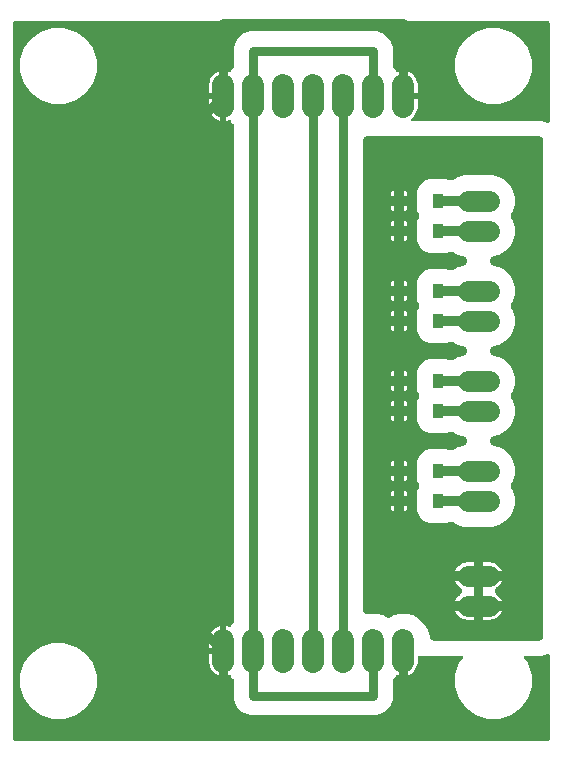
<source format=gbr>
G04 EAGLE Gerber RS-274X export*
G75*
%MOMM*%
%FSLAX34Y34*%
%LPD*%
%INBottom Copper*%
%IPPOS*%
%AMOC8*
5,1,8,0,0,1.08239X$1,22.5*%
G01*
%ADD10C,1.879600*%
%ADD11C,1.800000*%
%ADD12R,0.910000X1.220000*%
%ADD13C,0.762000*%
%ADD14C,0.756400*%
%ADD15C,0.812800*%

G36*
X655948Y127016D02*
X655948Y127016D01*
X656067Y127023D01*
X656105Y127036D01*
X656146Y127041D01*
X656256Y127084D01*
X656369Y127121D01*
X656404Y127143D01*
X656441Y127158D01*
X656537Y127227D01*
X656638Y127291D01*
X656666Y127321D01*
X656699Y127344D01*
X656775Y127436D01*
X656856Y127523D01*
X656876Y127558D01*
X656901Y127589D01*
X656952Y127697D01*
X657010Y127801D01*
X657020Y127841D01*
X657037Y127877D01*
X657059Y127994D01*
X657089Y128109D01*
X657093Y128169D01*
X657097Y128189D01*
X657095Y128210D01*
X657099Y128270D01*
X657099Y199748D01*
X657093Y199797D01*
X657095Y199847D01*
X657073Y199954D01*
X657059Y200063D01*
X657041Y200110D01*
X657031Y200158D01*
X656983Y200257D01*
X656942Y200359D01*
X656913Y200399D01*
X656891Y200444D01*
X656820Y200527D01*
X656756Y200616D01*
X656717Y200648D01*
X656685Y200686D01*
X656595Y200749D01*
X656511Y200819D01*
X656466Y200840D01*
X656425Y200869D01*
X656322Y200908D01*
X656223Y200955D01*
X656174Y200964D01*
X656128Y200982D01*
X656018Y200994D01*
X655911Y201014D01*
X655861Y201011D01*
X655812Y201017D01*
X655703Y201001D01*
X655593Y200995D01*
X655546Y200979D01*
X655497Y200972D01*
X655344Y200920D01*
X651035Y199135D01*
X636464Y199135D01*
X636425Y199130D01*
X636385Y199133D01*
X636267Y199110D01*
X636149Y199095D01*
X636112Y199081D01*
X636072Y199073D01*
X635964Y199022D01*
X635853Y198978D01*
X635821Y198955D01*
X635785Y198938D01*
X635692Y198862D01*
X635595Y198792D01*
X635570Y198761D01*
X635539Y198736D01*
X635469Y198639D01*
X635393Y198547D01*
X635376Y198511D01*
X635352Y198478D01*
X635308Y198367D01*
X635257Y198259D01*
X635250Y198220D01*
X635235Y198183D01*
X635220Y198064D01*
X635197Y197947D01*
X635200Y197907D01*
X635195Y197867D01*
X635210Y197748D01*
X635217Y197629D01*
X635229Y197591D01*
X635234Y197552D01*
X635278Y197440D01*
X635315Y197327D01*
X635336Y197293D01*
X635351Y197256D01*
X635437Y197120D01*
X638701Y192628D01*
X641859Y182909D01*
X641859Y172691D01*
X638701Y162972D01*
X632695Y154705D01*
X624428Y148699D01*
X614709Y145541D01*
X604491Y145541D01*
X594772Y148699D01*
X586505Y154705D01*
X580499Y162972D01*
X577341Y172691D01*
X577341Y182909D01*
X580499Y192628D01*
X583763Y197120D01*
X583782Y197155D01*
X583807Y197185D01*
X583858Y197294D01*
X583916Y197399D01*
X583926Y197437D01*
X583943Y197473D01*
X583965Y197590D01*
X583995Y197707D01*
X583995Y197747D01*
X584003Y197786D01*
X583995Y197905D01*
X583995Y198025D01*
X583985Y198063D01*
X583983Y198103D01*
X583946Y198217D01*
X583916Y198333D01*
X583897Y198368D01*
X583885Y198405D01*
X583821Y198507D01*
X583763Y198612D01*
X583736Y198641D01*
X583715Y198674D01*
X583628Y198756D01*
X583546Y198843D01*
X583512Y198865D01*
X583483Y198892D01*
X583378Y198950D01*
X583277Y199014D01*
X583239Y199026D01*
X583205Y199046D01*
X583089Y199075D01*
X582975Y199113D01*
X582935Y199115D01*
X582897Y199125D01*
X582736Y199135D01*
X546608Y199135D01*
X546490Y199120D01*
X546371Y199113D01*
X546333Y199100D01*
X546292Y199095D01*
X546182Y199052D01*
X546069Y199015D01*
X546034Y198993D01*
X545997Y198978D01*
X545901Y198909D01*
X545800Y198845D01*
X545772Y198815D01*
X545739Y198792D01*
X545663Y198700D01*
X545582Y198613D01*
X545562Y198578D01*
X545537Y198547D01*
X545486Y198439D01*
X545428Y198335D01*
X545418Y198295D01*
X545401Y198259D01*
X545379Y198142D01*
X545349Y198027D01*
X545345Y197967D01*
X545341Y197947D01*
X545343Y197926D01*
X545339Y197866D01*
X545339Y192862D01*
X545045Y191006D01*
X544464Y189219D01*
X543611Y187545D01*
X542506Y186024D01*
X541178Y184696D01*
X539657Y183591D01*
X537983Y182738D01*
X536196Y182157D01*
X535939Y182117D01*
X535939Y197866D01*
X535924Y197984D01*
X535917Y198103D01*
X535904Y198141D01*
X535899Y198182D01*
X535856Y198292D01*
X535819Y198405D01*
X535797Y198440D01*
X535782Y198477D01*
X535712Y198573D01*
X535649Y198674D01*
X535619Y198702D01*
X535595Y198735D01*
X535504Y198811D01*
X535417Y198892D01*
X535382Y198912D01*
X535351Y198937D01*
X535243Y198988D01*
X535139Y199046D01*
X535099Y199056D01*
X535063Y199073D01*
X534946Y199095D01*
X534831Y199125D01*
X534770Y199129D01*
X534750Y199133D01*
X534730Y199131D01*
X534670Y199135D01*
X532130Y199135D01*
X532012Y199120D01*
X531893Y199113D01*
X531855Y199100D01*
X531814Y199095D01*
X531704Y199052D01*
X531591Y199015D01*
X531556Y198993D01*
X531519Y198978D01*
X531423Y198909D01*
X531322Y198845D01*
X531294Y198815D01*
X531261Y198792D01*
X531186Y198700D01*
X531104Y198613D01*
X531084Y198578D01*
X531059Y198547D01*
X531008Y198439D01*
X530950Y198335D01*
X530940Y198295D01*
X530923Y198259D01*
X530901Y198142D01*
X530871Y198027D01*
X530867Y197967D01*
X530863Y197947D01*
X530865Y197926D01*
X530861Y197866D01*
X530861Y182117D01*
X530604Y182157D01*
X528813Y182739D01*
X528809Y182741D01*
X528801Y182746D01*
X528660Y182794D01*
X528519Y182845D01*
X528509Y182846D01*
X528500Y182849D01*
X528351Y182861D01*
X528202Y182875D01*
X528193Y182874D01*
X528183Y182874D01*
X528036Y182849D01*
X527888Y182826D01*
X527879Y182822D01*
X527870Y182820D01*
X527732Y182758D01*
X527596Y182699D01*
X527589Y182694D01*
X527580Y182689D01*
X527463Y182596D01*
X527345Y182505D01*
X527339Y182497D01*
X527331Y182491D01*
X527241Y182372D01*
X527150Y182254D01*
X527146Y182245D01*
X527140Y182237D01*
X527069Y182092D01*
X526734Y181284D01*
X524882Y179432D01*
X524822Y179354D01*
X524754Y179282D01*
X524725Y179229D01*
X524688Y179181D01*
X524648Y179090D01*
X524600Y179003D01*
X524585Y178945D01*
X524561Y178889D01*
X524546Y178791D01*
X524521Y178695D01*
X524515Y178595D01*
X524511Y178575D01*
X524513Y178563D01*
X524511Y178535D01*
X524511Y161816D01*
X521997Y155747D01*
X517353Y151103D01*
X511284Y148589D01*
X403116Y148589D01*
X397047Y151103D01*
X392403Y155747D01*
X389889Y161816D01*
X389889Y178535D01*
X389877Y178633D01*
X389874Y178732D01*
X389857Y178790D01*
X389849Y178850D01*
X389813Y178942D01*
X389785Y179037D01*
X389755Y179090D01*
X389732Y179146D01*
X389674Y179226D01*
X389624Y179311D01*
X389558Y179387D01*
X389546Y179403D01*
X389536Y179411D01*
X389518Y179432D01*
X387666Y181284D01*
X387331Y182092D01*
X387326Y182101D01*
X387323Y182110D01*
X387319Y182118D01*
X387247Y182239D01*
X387173Y182369D01*
X387167Y182375D01*
X387162Y182384D01*
X387056Y182490D01*
X386952Y182597D01*
X386944Y182602D01*
X386937Y182609D01*
X386809Y182685D01*
X386681Y182763D01*
X386672Y182766D01*
X386663Y182771D01*
X386520Y182813D01*
X386377Y182857D01*
X386367Y182857D01*
X386358Y182860D01*
X386210Y182865D01*
X386059Y182872D01*
X386050Y182870D01*
X386040Y182870D01*
X385895Y182838D01*
X385748Y182808D01*
X385739Y182803D01*
X385730Y182801D01*
X385583Y182738D01*
X383796Y182157D01*
X383539Y182117D01*
X383539Y201930D01*
X383524Y202048D01*
X383517Y202167D01*
X383504Y202205D01*
X383499Y202245D01*
X383456Y202356D01*
X383419Y202469D01*
X383397Y202503D01*
X383382Y202541D01*
X383312Y202637D01*
X383249Y202738D01*
X383219Y202766D01*
X383195Y202798D01*
X383104Y202874D01*
X383017Y202956D01*
X382982Y202975D01*
X382951Y203001D01*
X382843Y203052D01*
X382739Y203109D01*
X382699Y203120D01*
X382663Y203137D01*
X382546Y203159D01*
X382431Y203189D01*
X382370Y203193D01*
X382350Y203197D01*
X382330Y203195D01*
X382270Y203199D01*
X380999Y203199D01*
X380999Y203201D01*
X382270Y203201D01*
X382388Y203216D01*
X382507Y203223D01*
X382545Y203236D01*
X382585Y203241D01*
X382696Y203285D01*
X382809Y203321D01*
X382844Y203343D01*
X382881Y203358D01*
X382977Y203428D01*
X383078Y203491D01*
X383106Y203521D01*
X383139Y203545D01*
X383214Y203636D01*
X383296Y203723D01*
X383316Y203758D01*
X383341Y203790D01*
X383392Y203897D01*
X383450Y204002D01*
X383460Y204041D01*
X383477Y204077D01*
X383499Y204194D01*
X383529Y204309D01*
X383533Y204370D01*
X383537Y204390D01*
X383535Y204410D01*
X383539Y204470D01*
X383539Y224283D01*
X383796Y224243D01*
X385587Y223661D01*
X385591Y223659D01*
X385599Y223654D01*
X385740Y223606D01*
X385881Y223555D01*
X385891Y223554D01*
X385900Y223551D01*
X386049Y223539D01*
X386198Y223525D01*
X386207Y223526D01*
X386217Y223526D01*
X386364Y223551D01*
X386512Y223574D01*
X386521Y223578D01*
X386530Y223580D01*
X386668Y223642D01*
X386804Y223701D01*
X386811Y223706D01*
X386820Y223711D01*
X386937Y223804D01*
X387055Y223895D01*
X387061Y223903D01*
X387069Y223909D01*
X387159Y224028D01*
X387250Y224146D01*
X387254Y224155D01*
X387260Y224163D01*
X387331Y224308D01*
X387666Y225116D01*
X389518Y226968D01*
X389578Y227046D01*
X389646Y227118D01*
X389675Y227171D01*
X389712Y227219D01*
X389752Y227310D01*
X389800Y227397D01*
X389815Y227455D01*
X389839Y227511D01*
X389854Y227609D01*
X389879Y227705D01*
X389885Y227805D01*
X389889Y227825D01*
X389887Y227837D01*
X389889Y227865D01*
X389889Y648435D01*
X389877Y648533D01*
X389874Y648632D01*
X389857Y648690D01*
X389849Y648750D01*
X389813Y648842D01*
X389785Y648937D01*
X389755Y648990D01*
X389732Y649046D01*
X389674Y649126D01*
X389624Y649211D01*
X389558Y649287D01*
X389546Y649303D01*
X389536Y649311D01*
X389518Y649332D01*
X387666Y651184D01*
X387331Y651992D01*
X387326Y652001D01*
X387323Y652010D01*
X387247Y652139D01*
X387173Y652269D01*
X387167Y652275D01*
X387162Y652284D01*
X387056Y652390D01*
X386952Y652497D01*
X386944Y652502D01*
X386937Y652509D01*
X386809Y652585D01*
X386681Y652663D01*
X386672Y652666D01*
X386663Y652671D01*
X386520Y652713D01*
X386377Y652757D01*
X386367Y652757D01*
X386358Y652760D01*
X386210Y652765D01*
X386059Y652772D01*
X386050Y652770D01*
X386040Y652770D01*
X385895Y652738D01*
X385748Y652708D01*
X385739Y652703D01*
X385730Y652701D01*
X385583Y652638D01*
X383796Y652057D01*
X383539Y652017D01*
X383539Y671830D01*
X383524Y671948D01*
X383517Y672067D01*
X383504Y672105D01*
X383499Y672145D01*
X383456Y672256D01*
X383419Y672369D01*
X383397Y672403D01*
X383382Y672441D01*
X383312Y672537D01*
X383249Y672638D01*
X383219Y672666D01*
X383195Y672698D01*
X383104Y672774D01*
X383017Y672856D01*
X382982Y672875D01*
X382951Y672901D01*
X382843Y672952D01*
X382739Y673009D01*
X382699Y673020D01*
X382663Y673037D01*
X382546Y673059D01*
X382431Y673089D01*
X382370Y673093D01*
X382350Y673097D01*
X382330Y673095D01*
X382270Y673099D01*
X380999Y673099D01*
X380999Y673101D01*
X382270Y673101D01*
X382388Y673116D01*
X382507Y673123D01*
X382545Y673136D01*
X382585Y673141D01*
X382696Y673185D01*
X382809Y673221D01*
X382844Y673243D01*
X382881Y673258D01*
X382977Y673328D01*
X383078Y673391D01*
X383106Y673421D01*
X383139Y673445D01*
X383214Y673536D01*
X383296Y673623D01*
X383316Y673658D01*
X383341Y673690D01*
X383392Y673797D01*
X383450Y673902D01*
X383460Y673941D01*
X383477Y673977D01*
X383499Y674094D01*
X383529Y674209D01*
X383533Y674270D01*
X383537Y674290D01*
X383535Y674310D01*
X383539Y674370D01*
X383539Y694183D01*
X383796Y694143D01*
X385587Y693561D01*
X385591Y693559D01*
X385599Y693554D01*
X385740Y693506D01*
X385881Y693455D01*
X385891Y693454D01*
X385900Y693451D01*
X386049Y693439D01*
X386198Y693425D01*
X386207Y693426D01*
X386217Y693426D01*
X386364Y693451D01*
X386512Y693474D01*
X386521Y693478D01*
X386530Y693480D01*
X386668Y693542D01*
X386804Y693601D01*
X386811Y693606D01*
X386820Y693611D01*
X386937Y693704D01*
X387055Y693795D01*
X387061Y693803D01*
X387069Y693809D01*
X387159Y693928D01*
X387250Y694046D01*
X387254Y694055D01*
X387260Y694063D01*
X387331Y694208D01*
X387666Y695016D01*
X389518Y696868D01*
X389578Y696946D01*
X389646Y697018D01*
X389675Y697071D01*
X389712Y697119D01*
X389752Y697210D01*
X389800Y697297D01*
X389815Y697355D01*
X389839Y697411D01*
X389854Y697509D01*
X389879Y697605D01*
X389885Y697705D01*
X389889Y697725D01*
X389887Y697737D01*
X389889Y697765D01*
X389889Y714484D01*
X392403Y720553D01*
X397047Y725197D01*
X403116Y727711D01*
X511284Y727711D01*
X517353Y725197D01*
X521997Y720553D01*
X524511Y714484D01*
X524511Y697765D01*
X524523Y697667D01*
X524526Y697568D01*
X524543Y697510D01*
X524551Y697450D01*
X524587Y697358D01*
X524615Y697263D01*
X524645Y697210D01*
X524668Y697154D01*
X524726Y697074D01*
X524776Y696989D01*
X524842Y696913D01*
X524854Y696897D01*
X524864Y696889D01*
X524882Y696868D01*
X526734Y695016D01*
X527069Y694208D01*
X527074Y694199D01*
X527077Y694190D01*
X527153Y694061D01*
X527227Y693931D01*
X527233Y693925D01*
X527238Y693916D01*
X527344Y693810D01*
X527448Y693703D01*
X527456Y693698D01*
X527463Y693691D01*
X527591Y693615D01*
X527719Y693537D01*
X527728Y693534D01*
X527737Y693529D01*
X527880Y693487D01*
X528023Y693443D01*
X528033Y693443D01*
X528042Y693440D01*
X528190Y693435D01*
X528341Y693428D01*
X528350Y693430D01*
X528360Y693430D01*
X528505Y693462D01*
X528652Y693492D01*
X528661Y693497D01*
X528670Y693499D01*
X528817Y693562D01*
X530604Y694143D01*
X530861Y694183D01*
X530861Y674370D01*
X530876Y674252D01*
X530883Y674133D01*
X530896Y674095D01*
X530901Y674055D01*
X530944Y673944D01*
X530981Y673831D01*
X531003Y673797D01*
X531018Y673759D01*
X531088Y673663D01*
X531151Y673562D01*
X531181Y673534D01*
X531204Y673502D01*
X531296Y673426D01*
X531383Y673344D01*
X531418Y673325D01*
X531449Y673299D01*
X531557Y673248D01*
X531661Y673191D01*
X531701Y673180D01*
X531737Y673163D01*
X531854Y673141D01*
X531969Y673111D01*
X532030Y673107D01*
X532050Y673103D01*
X532070Y673105D01*
X532130Y673101D01*
X533401Y673101D01*
X533401Y671830D01*
X533416Y671712D01*
X533423Y671593D01*
X533436Y671555D01*
X533441Y671514D01*
X533485Y671404D01*
X533521Y671291D01*
X533543Y671256D01*
X533558Y671219D01*
X533628Y671123D01*
X533691Y671022D01*
X533721Y670994D01*
X533745Y670961D01*
X533836Y670886D01*
X533923Y670804D01*
X533958Y670784D01*
X533990Y670759D01*
X534097Y670708D01*
X534202Y670650D01*
X534241Y670640D01*
X534277Y670623D01*
X534394Y670601D01*
X534509Y670571D01*
X534570Y670567D01*
X534590Y670563D01*
X534610Y670565D01*
X534670Y670561D01*
X545339Y670561D01*
X545339Y662762D01*
X545045Y660906D01*
X544464Y659119D01*
X543611Y657445D01*
X542506Y655924D01*
X541177Y654596D01*
X540441Y654061D01*
X540383Y654006D01*
X540319Y653960D01*
X540268Y653898D01*
X540210Y653843D01*
X540167Y653776D01*
X540116Y653715D01*
X540082Y653642D01*
X540039Y653575D01*
X540014Y653499D01*
X539981Y653427D01*
X539966Y653348D01*
X539941Y653272D01*
X539936Y653193D01*
X539921Y653114D01*
X539926Y653035D01*
X539921Y652955D01*
X539936Y652877D01*
X539941Y652797D01*
X539965Y652721D01*
X539980Y652642D01*
X540014Y652570D01*
X540039Y652495D01*
X540081Y652427D01*
X540115Y652355D01*
X540166Y652293D01*
X540209Y652226D01*
X540267Y652171D01*
X540318Y652109D01*
X540382Y652063D01*
X540440Y652008D01*
X540510Y651969D01*
X540575Y651922D01*
X540649Y651893D01*
X540719Y651854D01*
X540796Y651834D01*
X540871Y651805D01*
X540950Y651795D01*
X541027Y651775D01*
X541185Y651765D01*
X541186Y651765D01*
X541187Y651765D01*
X651035Y651765D01*
X655344Y649980D01*
X655392Y649967D01*
X655437Y649945D01*
X655545Y649925D01*
X655651Y649896D01*
X655701Y649895D01*
X655750Y649886D01*
X655859Y649892D01*
X655969Y649891D01*
X656017Y649902D01*
X656067Y649905D01*
X656171Y649939D01*
X656278Y649965D01*
X656322Y649988D01*
X656369Y650003D01*
X656462Y650062D01*
X656559Y650114D01*
X656596Y650147D01*
X656638Y650174D01*
X656713Y650254D01*
X656795Y650327D01*
X656822Y650369D01*
X656856Y650405D01*
X656909Y650501D01*
X656969Y650593D01*
X656986Y650640D01*
X657010Y650684D01*
X657037Y650790D01*
X657073Y650894D01*
X657077Y650944D01*
X657089Y650992D01*
X657099Y651152D01*
X657099Y735230D01*
X657084Y735348D01*
X657077Y735467D01*
X657064Y735505D01*
X657059Y735546D01*
X657016Y735656D01*
X656979Y735769D01*
X656957Y735804D01*
X656942Y735841D01*
X656873Y735937D01*
X656809Y736038D01*
X656779Y736066D01*
X656756Y736099D01*
X656664Y736175D01*
X656577Y736256D01*
X656542Y736276D01*
X656511Y736301D01*
X656403Y736352D01*
X656299Y736410D01*
X656259Y736420D01*
X656223Y736437D01*
X656106Y736459D01*
X655991Y736489D01*
X655931Y736493D01*
X655911Y736497D01*
X655890Y736495D01*
X655830Y736499D01*
X204470Y736499D01*
X204352Y736484D01*
X204233Y736477D01*
X204195Y736464D01*
X204154Y736459D01*
X204044Y736416D01*
X203931Y736379D01*
X203896Y736357D01*
X203859Y736342D01*
X203763Y736273D01*
X203662Y736209D01*
X203634Y736179D01*
X203601Y736156D01*
X203525Y736064D01*
X203444Y735977D01*
X203424Y735942D01*
X203399Y735911D01*
X203348Y735803D01*
X203290Y735699D01*
X203280Y735659D01*
X203263Y735623D01*
X203241Y735506D01*
X203211Y735391D01*
X203207Y735331D01*
X203203Y735311D01*
X203205Y735290D01*
X203201Y735230D01*
X203201Y128270D01*
X203216Y128152D01*
X203223Y128033D01*
X203236Y127995D01*
X203241Y127954D01*
X203284Y127844D01*
X203321Y127731D01*
X203343Y127696D01*
X203358Y127659D01*
X203427Y127563D01*
X203491Y127462D01*
X203521Y127434D01*
X203544Y127401D01*
X203636Y127325D01*
X203723Y127244D01*
X203758Y127224D01*
X203789Y127199D01*
X203897Y127148D01*
X204001Y127090D01*
X204041Y127080D01*
X204077Y127063D01*
X204194Y127041D01*
X204309Y127011D01*
X204369Y127007D01*
X204389Y127003D01*
X204410Y127005D01*
X204470Y127001D01*
X655830Y127001D01*
X655948Y127016D01*
G37*
G36*
X647929Y211853D02*
X647929Y211853D01*
X648160Y211863D01*
X648214Y211873D01*
X648268Y211877D01*
X648494Y211925D01*
X648720Y211967D01*
X648772Y211984D01*
X648826Y211996D01*
X649042Y212075D01*
X649260Y212148D01*
X649309Y212173D01*
X649361Y212192D01*
X649564Y212300D01*
X649769Y212403D01*
X649815Y212434D01*
X649863Y212460D01*
X650049Y212596D01*
X650238Y212727D01*
X650279Y212764D01*
X650323Y212797D01*
X650488Y212957D01*
X650657Y213113D01*
X650692Y213156D01*
X650731Y213194D01*
X650872Y213376D01*
X651018Y213554D01*
X651046Y213602D01*
X651080Y213645D01*
X651194Y213845D01*
X651313Y214042D01*
X651335Y214092D01*
X651362Y214140D01*
X651447Y214354D01*
X651538Y214565D01*
X651552Y214618D01*
X651572Y214669D01*
X651627Y214894D01*
X651687Y215115D01*
X651691Y215159D01*
X651707Y215223D01*
X651762Y215790D01*
X651759Y215856D01*
X651763Y215900D01*
X651763Y635000D01*
X651747Y635229D01*
X651737Y635460D01*
X651727Y635514D01*
X651723Y635568D01*
X651675Y635794D01*
X651633Y636020D01*
X651616Y636072D01*
X651604Y636126D01*
X651525Y636342D01*
X651452Y636560D01*
X651427Y636609D01*
X651408Y636661D01*
X651300Y636864D01*
X651197Y637069D01*
X651166Y637115D01*
X651140Y637163D01*
X651004Y637349D01*
X650873Y637538D01*
X650836Y637579D01*
X650803Y637623D01*
X650643Y637788D01*
X650487Y637957D01*
X650444Y637992D01*
X650406Y638031D01*
X650224Y638172D01*
X650046Y638318D01*
X649998Y638346D01*
X649955Y638380D01*
X649755Y638494D01*
X649558Y638613D01*
X649508Y638635D01*
X649460Y638662D01*
X649246Y638747D01*
X649035Y638838D01*
X648982Y638852D01*
X648931Y638872D01*
X648706Y638927D01*
X648485Y638987D01*
X648441Y638991D01*
X648377Y639007D01*
X647810Y639062D01*
X647744Y639059D01*
X647700Y639063D01*
X503174Y639063D01*
X502945Y639047D01*
X502714Y639037D01*
X502660Y639027D01*
X502606Y639023D01*
X502380Y638975D01*
X502154Y638933D01*
X502102Y638916D01*
X502048Y638904D01*
X501832Y638825D01*
X501614Y638752D01*
X501565Y638727D01*
X501513Y638708D01*
X501310Y638600D01*
X501105Y638497D01*
X501059Y638466D01*
X501011Y638440D01*
X500825Y638304D01*
X500636Y638173D01*
X500595Y638136D01*
X500551Y638103D01*
X500386Y637943D01*
X500217Y637787D01*
X500182Y637744D01*
X500143Y637706D01*
X500002Y637524D01*
X499856Y637346D01*
X499828Y637298D01*
X499794Y637255D01*
X499680Y637055D01*
X499561Y636858D01*
X499539Y636808D01*
X499512Y636760D01*
X499427Y636546D01*
X499336Y636335D01*
X499322Y636282D01*
X499302Y636231D01*
X499247Y636006D01*
X499187Y635785D01*
X499183Y635741D01*
X499167Y635677D01*
X499112Y635110D01*
X499115Y635044D01*
X499111Y635000D01*
X499111Y238390D01*
X499124Y238198D01*
X499129Y238006D01*
X499144Y237915D01*
X499151Y237821D01*
X499191Y237634D01*
X499222Y237444D01*
X499250Y237355D01*
X499270Y237264D01*
X499336Y237084D01*
X499393Y236901D01*
X499433Y236817D01*
X499466Y236729D01*
X499556Y236560D01*
X499639Y236387D01*
X499690Y236309D01*
X499734Y236227D01*
X499848Y236072D01*
X499954Y235912D01*
X500016Y235842D01*
X500071Y235767D01*
X500205Y235629D01*
X500332Y235486D01*
X500403Y235425D01*
X500468Y235358D01*
X500620Y235241D01*
X500766Y235117D01*
X500845Y235067D01*
X500919Y235010D01*
X501085Y234915D01*
X501248Y234812D01*
X501333Y234774D01*
X501414Y234728D01*
X501593Y234657D01*
X501767Y234578D01*
X501856Y234552D01*
X501943Y234517D01*
X502131Y234472D01*
X502314Y234419D01*
X502406Y234405D01*
X502497Y234383D01*
X502689Y234365D01*
X502878Y234337D01*
X502971Y234337D01*
X503064Y234328D01*
X503256Y234336D01*
X503448Y234336D01*
X503519Y234348D01*
X503634Y234353D01*
X504194Y234457D01*
X504212Y234463D01*
X504226Y234465D01*
X505091Y234697D01*
X510909Y234697D01*
X516530Y233191D01*
X518668Y231956D01*
X518688Y231946D01*
X518706Y231934D01*
X518945Y231821D01*
X519181Y231706D01*
X519201Y231700D01*
X519221Y231690D01*
X519473Y231612D01*
X519723Y231531D01*
X519744Y231527D01*
X519765Y231521D01*
X520024Y231478D01*
X520284Y231433D01*
X520306Y231432D01*
X520328Y231429D01*
X520591Y231423D01*
X520853Y231415D01*
X520875Y231417D01*
X520897Y231416D01*
X521159Y231448D01*
X521420Y231476D01*
X521441Y231481D01*
X521463Y231484D01*
X521717Y231551D01*
X521972Y231616D01*
X521993Y231624D01*
X522014Y231630D01*
X522082Y231661D01*
X522500Y231832D01*
X522643Y231916D01*
X522732Y231956D01*
X524870Y233191D01*
X530491Y234697D01*
X536309Y234697D01*
X541930Y233191D01*
X546969Y230281D01*
X551083Y226167D01*
X553993Y221128D01*
X555536Y215368D01*
X555539Y215332D01*
X555587Y215106D01*
X555629Y214880D01*
X555646Y214828D01*
X555658Y214774D01*
X555737Y214558D01*
X555810Y214340D01*
X555835Y214291D01*
X555854Y214239D01*
X555962Y214036D01*
X556065Y213831D01*
X556096Y213785D01*
X556122Y213737D01*
X556258Y213551D01*
X556389Y213362D01*
X556426Y213321D01*
X556459Y213277D01*
X556619Y213112D01*
X556775Y212943D01*
X556818Y212908D01*
X556856Y212869D01*
X557038Y212728D01*
X557216Y212582D01*
X557264Y212554D01*
X557307Y212520D01*
X557507Y212406D01*
X557704Y212287D01*
X557754Y212265D01*
X557802Y212238D01*
X558016Y212153D01*
X558227Y212062D01*
X558280Y212048D01*
X558331Y212028D01*
X558556Y211973D01*
X558777Y211913D01*
X558821Y211909D01*
X558885Y211894D01*
X559452Y211838D01*
X559518Y211841D01*
X559562Y211837D01*
X647700Y211837D01*
X647929Y211853D01*
G37*
%LPC*%
G36*
X585043Y308499D02*
X585043Y308499D01*
X579524Y309978D01*
X575660Y312209D01*
X575623Y312227D01*
X575588Y312249D01*
X575367Y312352D01*
X575148Y312458D01*
X575109Y312471D01*
X575071Y312488D01*
X574837Y312559D01*
X574606Y312634D01*
X574565Y312641D01*
X574526Y312653D01*
X574284Y312690D01*
X574044Y312732D01*
X574003Y312733D01*
X573963Y312740D01*
X573718Y312742D01*
X573475Y312750D01*
X573434Y312746D01*
X573393Y312746D01*
X573151Y312715D01*
X572908Y312689D01*
X572869Y312679D01*
X572828Y312674D01*
X572728Y312643D01*
X572356Y312549D01*
X572176Y312475D01*
X572073Y312444D01*
X569551Y311399D01*
X555399Y311399D01*
X550731Y313333D01*
X547158Y316906D01*
X545224Y321574D01*
X545224Y338826D01*
X546268Y341345D01*
X546287Y341402D01*
X546312Y341457D01*
X546377Y341673D01*
X546448Y341885D01*
X546459Y341945D01*
X546477Y342003D01*
X546511Y342225D01*
X546551Y342446D01*
X546554Y342506D01*
X546563Y342566D01*
X546566Y342791D01*
X546575Y343015D01*
X546569Y343075D01*
X546570Y343136D01*
X546541Y343358D01*
X546519Y343582D01*
X546505Y343641D01*
X546497Y343701D01*
X546463Y343813D01*
X546384Y344136D01*
X546301Y344345D01*
X546268Y344455D01*
X545224Y346974D01*
X545224Y364226D01*
X547158Y368894D01*
X550731Y372467D01*
X555399Y374401D01*
X569551Y374401D01*
X572073Y373356D01*
X572113Y373343D01*
X572150Y373325D01*
X572382Y373253D01*
X572614Y373175D01*
X572654Y373168D01*
X572694Y373156D01*
X572935Y373116D01*
X573174Y373072D01*
X573215Y373070D01*
X573256Y373064D01*
X573500Y373059D01*
X573744Y373048D01*
X573784Y373052D01*
X573826Y373052D01*
X574068Y373080D01*
X574311Y373104D01*
X574351Y373114D01*
X574391Y373119D01*
X574627Y373182D01*
X574864Y373239D01*
X574902Y373254D01*
X574942Y373265D01*
X575038Y373308D01*
X575393Y373450D01*
X575562Y373547D01*
X575660Y373591D01*
X579524Y375822D01*
X584201Y377075D01*
X584274Y377100D01*
X584349Y377118D01*
X584543Y377193D01*
X584740Y377261D01*
X584809Y377296D01*
X584880Y377324D01*
X585062Y377425D01*
X585247Y377520D01*
X585310Y377564D01*
X585377Y377602D01*
X585543Y377728D01*
X585714Y377848D01*
X585770Y377900D01*
X585831Y377947D01*
X585977Y378095D01*
X586129Y378237D01*
X586178Y378297D01*
X586232Y378352D01*
X586356Y378519D01*
X586486Y378681D01*
X586526Y378748D01*
X586572Y378809D01*
X586671Y378992D01*
X586778Y379171D01*
X586808Y379242D01*
X586845Y379309D01*
X586918Y379504D01*
X586998Y379697D01*
X587018Y379771D01*
X587045Y379843D01*
X587090Y380046D01*
X587143Y380248D01*
X587152Y380324D01*
X587168Y380399D01*
X587185Y380607D01*
X587209Y380814D01*
X587207Y380890D01*
X587213Y380967D01*
X587200Y381175D01*
X587195Y381383D01*
X587182Y381459D01*
X587177Y381536D01*
X587136Y381740D01*
X587101Y381945D01*
X587078Y382019D01*
X587063Y382094D01*
X586993Y382290D01*
X586930Y382489D01*
X586897Y382558D01*
X586871Y382631D01*
X586775Y382815D01*
X586685Y383003D01*
X586643Y383067D01*
X586607Y383135D01*
X586485Y383304D01*
X586370Y383478D01*
X586319Y383536D01*
X586274Y383598D01*
X586130Y383748D01*
X585992Y383904D01*
X585933Y383954D01*
X585880Y384009D01*
X585716Y384138D01*
X585558Y384273D01*
X585493Y384314D01*
X585432Y384362D01*
X585252Y384466D01*
X585076Y384578D01*
X585006Y384609D01*
X584940Y384648D01*
X584826Y384690D01*
X584557Y384812D01*
X584314Y384883D01*
X584201Y384925D01*
X579524Y386178D01*
X575660Y388409D01*
X575623Y388427D01*
X575588Y388449D01*
X575367Y388552D01*
X575148Y388658D01*
X575109Y388671D01*
X575071Y388688D01*
X574837Y388759D01*
X574606Y388834D01*
X574565Y388841D01*
X574526Y388853D01*
X574284Y388890D01*
X574044Y388932D01*
X574003Y388933D01*
X573963Y388940D01*
X573718Y388942D01*
X573475Y388950D01*
X573434Y388946D01*
X573393Y388946D01*
X573151Y388915D01*
X572908Y388889D01*
X572869Y388879D01*
X572828Y388874D01*
X572728Y388843D01*
X572356Y388749D01*
X572176Y388675D01*
X572073Y388644D01*
X569551Y387599D01*
X555399Y387599D01*
X550731Y389533D01*
X547158Y393106D01*
X545224Y397774D01*
X545224Y415026D01*
X546268Y417545D01*
X546287Y417602D01*
X546312Y417657D01*
X546347Y417771D01*
X546371Y417832D01*
X546389Y417909D01*
X546448Y418085D01*
X546459Y418145D01*
X546477Y418203D01*
X546511Y418425D01*
X546551Y418646D01*
X546554Y418706D01*
X546563Y418766D01*
X546566Y418991D01*
X546575Y419215D01*
X546569Y419275D01*
X546570Y419336D01*
X546541Y419558D01*
X546519Y419782D01*
X546505Y419841D01*
X546497Y419901D01*
X546463Y420013D01*
X546384Y420336D01*
X546301Y420545D01*
X546268Y420655D01*
X545224Y423174D01*
X545224Y440426D01*
X547158Y445094D01*
X550731Y448667D01*
X555399Y450601D01*
X569551Y450601D01*
X572073Y449556D01*
X572113Y449543D01*
X572150Y449525D01*
X572382Y449453D01*
X572614Y449375D01*
X572654Y449368D01*
X572694Y449356D01*
X572935Y449316D01*
X573174Y449272D01*
X573215Y449270D01*
X573256Y449264D01*
X573500Y449259D01*
X573744Y449248D01*
X573784Y449252D01*
X573826Y449252D01*
X574068Y449280D01*
X574311Y449304D01*
X574351Y449314D01*
X574391Y449319D01*
X574627Y449382D01*
X574864Y449439D01*
X574902Y449454D01*
X574942Y449465D01*
X575038Y449508D01*
X575393Y449650D01*
X575562Y449747D01*
X575660Y449791D01*
X579524Y452022D01*
X584201Y453275D01*
X584274Y453300D01*
X584349Y453318D01*
X584543Y453393D01*
X584740Y453461D01*
X584809Y453496D01*
X584880Y453524D01*
X585062Y453625D01*
X585247Y453720D01*
X585310Y453764D01*
X585377Y453802D01*
X585543Y453928D01*
X585714Y454048D01*
X585770Y454100D01*
X585831Y454147D01*
X585977Y454295D01*
X586129Y454437D01*
X586178Y454497D01*
X586232Y454552D01*
X586356Y454719D01*
X586486Y454881D01*
X586526Y454948D01*
X586572Y455009D01*
X586671Y455192D01*
X586778Y455371D01*
X586808Y455442D01*
X586845Y455509D01*
X586918Y455704D01*
X586998Y455897D01*
X587018Y455971D01*
X587045Y456043D01*
X587090Y456246D01*
X587143Y456448D01*
X587152Y456524D01*
X587168Y456599D01*
X587185Y456807D01*
X587209Y457014D01*
X587207Y457090D01*
X587213Y457167D01*
X587200Y457375D01*
X587195Y457583D01*
X587182Y457659D01*
X587177Y457736D01*
X587136Y457940D01*
X587101Y458145D01*
X587078Y458219D01*
X587063Y458294D01*
X586993Y458490D01*
X586930Y458689D01*
X586897Y458758D01*
X586871Y458831D01*
X586775Y459015D01*
X586685Y459203D01*
X586643Y459267D01*
X586607Y459335D01*
X586485Y459504D01*
X586370Y459678D01*
X586319Y459736D01*
X586274Y459798D01*
X586130Y459948D01*
X585992Y460104D01*
X585933Y460154D01*
X585880Y460209D01*
X585716Y460338D01*
X585558Y460473D01*
X585493Y460514D01*
X585432Y460562D01*
X585252Y460666D01*
X585076Y460778D01*
X585006Y460809D01*
X584940Y460848D01*
X584826Y460890D01*
X584557Y461012D01*
X584314Y461083D01*
X584201Y461125D01*
X579524Y462378D01*
X575660Y464609D01*
X575623Y464627D01*
X575588Y464649D01*
X575367Y464752D01*
X575148Y464858D01*
X575109Y464871D01*
X575071Y464888D01*
X574837Y464959D01*
X574606Y465034D01*
X574565Y465041D01*
X574526Y465053D01*
X574284Y465090D01*
X574044Y465132D01*
X574003Y465133D01*
X573963Y465140D01*
X573718Y465142D01*
X573475Y465150D01*
X573434Y465146D01*
X573393Y465146D01*
X573151Y465115D01*
X572908Y465089D01*
X572869Y465079D01*
X572828Y465074D01*
X572728Y465043D01*
X572356Y464949D01*
X572176Y464875D01*
X572073Y464844D01*
X569551Y463799D01*
X555399Y463799D01*
X550731Y465733D01*
X547158Y469306D01*
X545224Y473974D01*
X545224Y491226D01*
X546268Y493745D01*
X546287Y493802D01*
X546312Y493857D01*
X546377Y494073D01*
X546448Y494285D01*
X546459Y494345D01*
X546477Y494403D01*
X546511Y494625D01*
X546551Y494846D01*
X546554Y494906D01*
X546563Y494966D01*
X546566Y495191D01*
X546575Y495415D01*
X546569Y495475D01*
X546570Y495536D01*
X546541Y495758D01*
X546519Y495982D01*
X546505Y496041D01*
X546497Y496101D01*
X546463Y496213D01*
X546384Y496536D01*
X546301Y496745D01*
X546268Y496855D01*
X545224Y499374D01*
X545224Y516626D01*
X547158Y521294D01*
X550731Y524867D01*
X555399Y526801D01*
X569551Y526801D01*
X572073Y525756D01*
X572113Y525743D01*
X572150Y525725D01*
X572382Y525653D01*
X572614Y525575D01*
X572654Y525568D01*
X572694Y525556D01*
X572935Y525516D01*
X573174Y525472D01*
X573215Y525470D01*
X573256Y525464D01*
X573500Y525459D01*
X573744Y525448D01*
X573784Y525452D01*
X573826Y525452D01*
X574068Y525480D01*
X574311Y525504D01*
X574351Y525514D01*
X574391Y525519D01*
X574627Y525582D01*
X574864Y525639D01*
X574902Y525654D01*
X574942Y525665D01*
X575038Y525708D01*
X575393Y525850D01*
X575562Y525947D01*
X575660Y525991D01*
X579524Y528222D01*
X584201Y529475D01*
X584274Y529500D01*
X584349Y529518D01*
X584543Y529593D01*
X584740Y529661D01*
X584809Y529696D01*
X584880Y529724D01*
X585062Y529825D01*
X585247Y529920D01*
X585310Y529964D01*
X585377Y530002D01*
X585543Y530128D01*
X585714Y530248D01*
X585770Y530300D01*
X585831Y530347D01*
X585977Y530495D01*
X586129Y530637D01*
X586178Y530697D01*
X586232Y530752D01*
X586356Y530919D01*
X586486Y531081D01*
X586526Y531148D01*
X586572Y531209D01*
X586671Y531392D01*
X586778Y531571D01*
X586808Y531642D01*
X586845Y531709D01*
X586918Y531904D01*
X586998Y532097D01*
X587018Y532171D01*
X587045Y532243D01*
X587090Y532446D01*
X587143Y532648D01*
X587152Y532724D01*
X587168Y532799D01*
X587185Y533007D01*
X587209Y533214D01*
X587207Y533290D01*
X587213Y533367D01*
X587200Y533575D01*
X587195Y533783D01*
X587182Y533859D01*
X587177Y533936D01*
X587136Y534140D01*
X587101Y534345D01*
X587078Y534419D01*
X587063Y534494D01*
X586993Y534690D01*
X586930Y534889D01*
X586897Y534958D01*
X586871Y535031D01*
X586775Y535215D01*
X586685Y535403D01*
X586643Y535467D01*
X586607Y535535D01*
X586485Y535704D01*
X586370Y535878D01*
X586319Y535936D01*
X586274Y535998D01*
X586130Y536148D01*
X585992Y536304D01*
X585933Y536354D01*
X585880Y536409D01*
X585716Y536538D01*
X585558Y536673D01*
X585493Y536714D01*
X585432Y536762D01*
X585252Y536866D01*
X585076Y536978D01*
X585006Y537009D01*
X584940Y537048D01*
X584826Y537090D01*
X584557Y537212D01*
X584314Y537283D01*
X584201Y537325D01*
X579524Y538578D01*
X575660Y540809D01*
X575623Y540827D01*
X575588Y540849D01*
X575367Y540952D01*
X575148Y541058D01*
X575109Y541071D01*
X575071Y541088D01*
X574837Y541159D01*
X574606Y541234D01*
X574565Y541241D01*
X574526Y541253D01*
X574284Y541290D01*
X574044Y541332D01*
X574003Y541333D01*
X573963Y541340D01*
X573718Y541342D01*
X573475Y541350D01*
X573434Y541346D01*
X573393Y541346D01*
X573151Y541315D01*
X572908Y541289D01*
X572869Y541279D01*
X572828Y541274D01*
X572728Y541243D01*
X572356Y541149D01*
X572176Y541075D01*
X572073Y541044D01*
X569551Y539999D01*
X555399Y539999D01*
X550731Y541933D01*
X547158Y545506D01*
X545224Y550174D01*
X545224Y567426D01*
X546268Y569945D01*
X546287Y570002D01*
X546312Y570057D01*
X546377Y570273D01*
X546448Y570485D01*
X546459Y570545D01*
X546477Y570603D01*
X546511Y570825D01*
X546551Y571046D01*
X546554Y571106D01*
X546563Y571166D01*
X546566Y571391D01*
X546575Y571615D01*
X546569Y571675D01*
X546570Y571736D01*
X546541Y571958D01*
X546519Y572182D01*
X546505Y572241D01*
X546497Y572301D01*
X546463Y572413D01*
X546384Y572736D01*
X546301Y572945D01*
X546268Y573055D01*
X545224Y575574D01*
X545224Y592826D01*
X547158Y597494D01*
X550731Y601067D01*
X555399Y603001D01*
X569551Y603001D01*
X572073Y601956D01*
X572113Y601943D01*
X572150Y601925D01*
X572382Y601853D01*
X572614Y601775D01*
X572654Y601768D01*
X572694Y601756D01*
X572935Y601716D01*
X573174Y601672D01*
X573215Y601670D01*
X573256Y601664D01*
X573500Y601659D01*
X573744Y601648D01*
X573784Y601652D01*
X573826Y601652D01*
X574068Y601680D01*
X574311Y601704D01*
X574351Y601714D01*
X574391Y601719D01*
X574627Y601782D01*
X574864Y601839D01*
X574902Y601854D01*
X574942Y601865D01*
X575038Y601908D01*
X575393Y602050D01*
X575562Y602147D01*
X575660Y602191D01*
X579524Y604422D01*
X585043Y605901D01*
X608757Y605901D01*
X614276Y604422D01*
X619225Y601565D01*
X623265Y597525D01*
X626122Y592576D01*
X627601Y587057D01*
X627601Y581343D01*
X626122Y575824D01*
X624798Y573532D01*
X624789Y573512D01*
X624777Y573494D01*
X624664Y573257D01*
X624549Y573019D01*
X624542Y572998D01*
X624533Y572979D01*
X624455Y572728D01*
X624373Y572477D01*
X624370Y572456D01*
X624363Y572435D01*
X624321Y572175D01*
X624275Y571916D01*
X624275Y571894D01*
X624271Y571872D01*
X624265Y571609D01*
X624257Y571347D01*
X624259Y571325D01*
X624259Y571303D01*
X624290Y571039D01*
X624318Y570780D01*
X624324Y570759D01*
X624326Y570737D01*
X624394Y570482D01*
X624458Y570228D01*
X624467Y570208D01*
X624472Y570186D01*
X624504Y570118D01*
X624674Y569700D01*
X624758Y569557D01*
X624798Y569468D01*
X626122Y567176D01*
X627601Y561657D01*
X627601Y555943D01*
X626122Y550424D01*
X623265Y545475D01*
X619225Y541435D01*
X614276Y538578D01*
X609599Y537325D01*
X609526Y537300D01*
X609451Y537282D01*
X609257Y537207D01*
X609060Y537139D01*
X608992Y537104D01*
X608920Y537076D01*
X608738Y536975D01*
X608553Y536880D01*
X608490Y536836D01*
X608423Y536798D01*
X608257Y536672D01*
X608086Y536552D01*
X608030Y536500D01*
X607969Y536453D01*
X607823Y536305D01*
X607671Y536163D01*
X607622Y536103D01*
X607568Y536048D01*
X607444Y535881D01*
X607314Y535719D01*
X607274Y535653D01*
X607228Y535591D01*
X607129Y535408D01*
X607022Y535229D01*
X606992Y535158D01*
X606955Y535091D01*
X606882Y534896D01*
X606802Y534704D01*
X606782Y534629D01*
X606755Y534557D01*
X606710Y534354D01*
X606657Y534152D01*
X606648Y534076D01*
X606632Y534001D01*
X606615Y533793D01*
X606591Y533586D01*
X606593Y533510D01*
X606587Y533433D01*
X606600Y533225D01*
X606605Y533017D01*
X606618Y532941D01*
X606623Y532864D01*
X606664Y532660D01*
X606699Y532455D01*
X606722Y532382D01*
X606737Y532306D01*
X606807Y532110D01*
X606870Y531911D01*
X606903Y531842D01*
X606929Y531769D01*
X607025Y531585D01*
X607115Y531397D01*
X607158Y531333D01*
X607193Y531265D01*
X607315Y531095D01*
X607430Y530922D01*
X607481Y530865D01*
X607526Y530802D01*
X607670Y530652D01*
X607808Y530496D01*
X607867Y530446D01*
X607920Y530391D01*
X608084Y530262D01*
X608242Y530127D01*
X608308Y530086D01*
X608368Y530038D01*
X608548Y529934D01*
X608724Y529822D01*
X608794Y529791D01*
X608860Y529752D01*
X608974Y529709D01*
X609243Y529588D01*
X609486Y529517D01*
X609599Y529475D01*
X614276Y528222D01*
X619225Y525365D01*
X623265Y521325D01*
X626122Y516376D01*
X627601Y510857D01*
X627601Y505143D01*
X626122Y499624D01*
X624798Y497332D01*
X624789Y497312D01*
X624777Y497294D01*
X624664Y497057D01*
X624549Y496819D01*
X624542Y496798D01*
X624533Y496779D01*
X624455Y496528D01*
X624373Y496277D01*
X624370Y496256D01*
X624363Y496235D01*
X624321Y495975D01*
X624275Y495716D01*
X624275Y495694D01*
X624271Y495672D01*
X624265Y495409D01*
X624257Y495147D01*
X624259Y495125D01*
X624259Y495103D01*
X624290Y494839D01*
X624318Y494580D01*
X624324Y494559D01*
X624326Y494537D01*
X624394Y494282D01*
X624458Y494028D01*
X624467Y494008D01*
X624472Y493986D01*
X624504Y493918D01*
X624674Y493500D01*
X624758Y493357D01*
X624798Y493268D01*
X626122Y490976D01*
X627601Y485457D01*
X627601Y479743D01*
X626122Y474224D01*
X623265Y469275D01*
X619225Y465235D01*
X614276Y462378D01*
X609599Y461125D01*
X609526Y461100D01*
X609451Y461082D01*
X609257Y461007D01*
X609060Y460939D01*
X608992Y460904D01*
X608920Y460876D01*
X608738Y460775D01*
X608553Y460680D01*
X608490Y460636D01*
X608423Y460598D01*
X608257Y460472D01*
X608086Y460352D01*
X608030Y460300D01*
X607969Y460253D01*
X607823Y460105D01*
X607671Y459963D01*
X607622Y459903D01*
X607568Y459848D01*
X607444Y459681D01*
X607314Y459519D01*
X607274Y459453D01*
X607228Y459391D01*
X607129Y459208D01*
X607022Y459029D01*
X606992Y458958D01*
X606955Y458891D01*
X606882Y458696D01*
X606802Y458504D01*
X606782Y458429D01*
X606755Y458357D01*
X606710Y458154D01*
X606657Y457952D01*
X606648Y457876D01*
X606632Y457801D01*
X606615Y457593D01*
X606591Y457386D01*
X606593Y457310D01*
X606587Y457233D01*
X606600Y457025D01*
X606605Y456817D01*
X606618Y456741D01*
X606623Y456664D01*
X606664Y456460D01*
X606699Y456255D01*
X606722Y456182D01*
X606737Y456106D01*
X606807Y455910D01*
X606870Y455711D01*
X606903Y455642D01*
X606929Y455569D01*
X607025Y455385D01*
X607115Y455197D01*
X607158Y455133D01*
X607193Y455065D01*
X607315Y454895D01*
X607430Y454722D01*
X607481Y454665D01*
X607526Y454602D01*
X607670Y454452D01*
X607808Y454296D01*
X607867Y454246D01*
X607920Y454191D01*
X608084Y454062D01*
X608242Y453927D01*
X608308Y453886D01*
X608368Y453838D01*
X608548Y453734D01*
X608724Y453622D01*
X608794Y453591D01*
X608860Y453552D01*
X608974Y453509D01*
X609243Y453388D01*
X609486Y453317D01*
X609599Y453275D01*
X614276Y452022D01*
X619225Y449165D01*
X623265Y445125D01*
X626122Y440176D01*
X627601Y434657D01*
X627601Y428943D01*
X626122Y423424D01*
X624798Y421132D01*
X624789Y421112D01*
X624777Y421094D01*
X624664Y420857D01*
X624549Y420619D01*
X624542Y420598D01*
X624533Y420579D01*
X624455Y420328D01*
X624373Y420077D01*
X624370Y420056D01*
X624363Y420035D01*
X624321Y419775D01*
X624275Y419516D01*
X624275Y419494D01*
X624271Y419472D01*
X624265Y419209D01*
X624257Y418947D01*
X624259Y418925D01*
X624259Y418903D01*
X624290Y418639D01*
X624318Y418380D01*
X624324Y418359D01*
X624326Y418337D01*
X624394Y418082D01*
X624458Y417828D01*
X624467Y417808D01*
X624472Y417786D01*
X624504Y417718D01*
X624567Y417563D01*
X624587Y417503D01*
X624612Y417454D01*
X624674Y417300D01*
X624758Y417157D01*
X624798Y417068D01*
X626122Y414776D01*
X627601Y409257D01*
X627601Y403543D01*
X626122Y398024D01*
X623265Y393075D01*
X619225Y389035D01*
X614276Y386178D01*
X609599Y384925D01*
X609526Y384900D01*
X609451Y384882D01*
X609257Y384807D01*
X609060Y384739D01*
X608992Y384704D01*
X608920Y384676D01*
X608738Y384575D01*
X608553Y384480D01*
X608490Y384436D01*
X608423Y384398D01*
X608257Y384272D01*
X608086Y384152D01*
X608030Y384100D01*
X607969Y384053D01*
X607823Y383905D01*
X607671Y383763D01*
X607622Y383703D01*
X607568Y383648D01*
X607444Y383481D01*
X607314Y383319D01*
X607274Y383253D01*
X607228Y383191D01*
X607129Y383008D01*
X607022Y382829D01*
X606992Y382758D01*
X606955Y382691D01*
X606882Y382496D01*
X606802Y382304D01*
X606782Y382229D01*
X606755Y382157D01*
X606710Y381954D01*
X606657Y381752D01*
X606648Y381676D01*
X606632Y381601D01*
X606615Y381393D01*
X606591Y381186D01*
X606593Y381110D01*
X606587Y381033D01*
X606600Y380825D01*
X606605Y380617D01*
X606618Y380541D01*
X606623Y380464D01*
X606664Y380260D01*
X606699Y380055D01*
X606722Y379982D01*
X606737Y379906D01*
X606807Y379710D01*
X606870Y379511D01*
X606903Y379442D01*
X606929Y379369D01*
X607025Y379185D01*
X607115Y378997D01*
X607158Y378933D01*
X607193Y378865D01*
X607315Y378695D01*
X607430Y378522D01*
X607481Y378465D01*
X607526Y378402D01*
X607670Y378252D01*
X607808Y378096D01*
X607867Y378046D01*
X607920Y377991D01*
X608084Y377862D01*
X608242Y377727D01*
X608308Y377686D01*
X608368Y377638D01*
X608548Y377534D01*
X608724Y377422D01*
X608794Y377391D01*
X608860Y377352D01*
X608974Y377309D01*
X609243Y377188D01*
X609486Y377117D01*
X609599Y377075D01*
X614276Y375822D01*
X619225Y372965D01*
X623265Y368925D01*
X626122Y363976D01*
X627601Y358457D01*
X627601Y352743D01*
X626122Y347224D01*
X624798Y344932D01*
X624789Y344912D01*
X624777Y344894D01*
X624664Y344657D01*
X624549Y344419D01*
X624542Y344398D01*
X624533Y344379D01*
X624455Y344128D01*
X624373Y343877D01*
X624370Y343856D01*
X624363Y343835D01*
X624321Y343575D01*
X624275Y343316D01*
X624275Y343294D01*
X624271Y343272D01*
X624265Y343009D01*
X624257Y342747D01*
X624259Y342725D01*
X624259Y342703D01*
X624290Y342439D01*
X624318Y342180D01*
X624324Y342159D01*
X624326Y342137D01*
X624394Y341882D01*
X624458Y341628D01*
X624467Y341608D01*
X624472Y341586D01*
X624504Y341518D01*
X624674Y341100D01*
X624758Y340957D01*
X624798Y340868D01*
X626122Y338576D01*
X627601Y333057D01*
X627601Y327343D01*
X626122Y321824D01*
X623265Y316875D01*
X619225Y312835D01*
X614276Y309978D01*
X608757Y308499D01*
X585043Y308499D01*
G37*
%LPD*%
%LPC*%
G36*
X236191Y666241D02*
X236191Y666241D01*
X226472Y669399D01*
X218205Y675405D01*
X212199Y683672D01*
X209041Y693391D01*
X209041Y703609D01*
X212199Y713328D01*
X218205Y721595D01*
X226472Y727601D01*
X236191Y730759D01*
X246409Y730759D01*
X256128Y727601D01*
X264395Y721595D01*
X270401Y713328D01*
X273559Y703609D01*
X273559Y693391D01*
X270401Y683672D01*
X264395Y675405D01*
X256128Y669399D01*
X246409Y666241D01*
X236191Y666241D01*
G37*
%LPD*%
%LPC*%
G36*
X236191Y145541D02*
X236191Y145541D01*
X226472Y148699D01*
X218205Y154705D01*
X212199Y162972D01*
X209041Y172691D01*
X209041Y182909D01*
X212199Y192628D01*
X218205Y200895D01*
X226472Y206901D01*
X236191Y210059D01*
X246409Y210059D01*
X256128Y206901D01*
X264395Y200895D01*
X270401Y192628D01*
X273559Y182909D01*
X273559Y172691D01*
X270401Y162972D01*
X264395Y154705D01*
X256128Y148699D01*
X246409Y145541D01*
X236191Y145541D01*
G37*
%LPD*%
%LPC*%
G36*
X604491Y666241D02*
X604491Y666241D01*
X594772Y669399D01*
X586505Y675405D01*
X580499Y683672D01*
X577341Y693391D01*
X577341Y703609D01*
X580499Y713328D01*
X586505Y721595D01*
X594772Y727601D01*
X604491Y730759D01*
X614709Y730759D01*
X624428Y727601D01*
X632695Y721595D01*
X638701Y713328D01*
X641859Y703609D01*
X641859Y693391D01*
X638701Y683672D01*
X632695Y675405D01*
X624428Y669399D01*
X614709Y666241D01*
X604491Y666241D01*
G37*
%LPD*%
%LPC*%
G36*
X600963Y245363D02*
X600963Y245363D01*
X600963Y262637D01*
X616714Y262637D01*
X616595Y262270D01*
X615770Y260651D01*
X614703Y259182D01*
X613418Y257897D01*
X612579Y257287D01*
X612569Y257279D01*
X612557Y257272D01*
X612350Y257096D01*
X612142Y256921D01*
X612134Y256911D01*
X612124Y256903D01*
X611944Y256700D01*
X611762Y256497D01*
X611754Y256486D01*
X611745Y256476D01*
X611596Y256250D01*
X611444Y256024D01*
X611438Y256012D01*
X611431Y256001D01*
X611314Y255756D01*
X611195Y255511D01*
X611191Y255499D01*
X611186Y255487D01*
X611104Y255228D01*
X611021Y254969D01*
X611019Y254956D01*
X611015Y254943D01*
X610970Y254674D01*
X610924Y254407D01*
X610924Y254394D01*
X610922Y254381D01*
X610915Y254108D01*
X610907Y253838D01*
X610908Y253825D01*
X610908Y253812D01*
X610940Y253540D01*
X610970Y253272D01*
X610973Y253259D01*
X610974Y253246D01*
X611044Y252981D01*
X611111Y252720D01*
X611116Y252707D01*
X611119Y252695D01*
X611225Y252443D01*
X611328Y252193D01*
X611335Y252181D01*
X611340Y252169D01*
X611479Y251935D01*
X611616Y251701D01*
X611625Y251691D01*
X611631Y251680D01*
X611803Y251466D01*
X611971Y251255D01*
X611980Y251246D01*
X611989Y251236D01*
X612029Y251201D01*
X612384Y250863D01*
X612510Y250774D01*
X612579Y250713D01*
X613418Y250103D01*
X614703Y248818D01*
X615770Y247349D01*
X616595Y245730D01*
X616714Y245363D01*
X600963Y245363D01*
G37*
%LPD*%
%LPC*%
G36*
X577086Y245363D02*
X577086Y245363D01*
X577205Y245730D01*
X578030Y247349D01*
X579097Y248818D01*
X580382Y250103D01*
X581221Y250713D01*
X581232Y250721D01*
X581243Y250728D01*
X581448Y250903D01*
X581658Y251079D01*
X581666Y251089D01*
X581677Y251098D01*
X581857Y251301D01*
X582038Y251503D01*
X582046Y251514D01*
X582055Y251524D01*
X582205Y251751D01*
X582356Y251976D01*
X582362Y251988D01*
X582369Y251999D01*
X582486Y252244D01*
X582605Y252489D01*
X582609Y252501D01*
X582614Y252513D01*
X582695Y252771D01*
X582779Y253031D01*
X582781Y253044D01*
X582785Y253057D01*
X582829Y253324D01*
X582876Y253593D01*
X582876Y253606D01*
X582878Y253619D01*
X582885Y253892D01*
X582893Y254162D01*
X582892Y254175D01*
X582892Y254189D01*
X582860Y254459D01*
X582830Y254729D01*
X582827Y254741D01*
X582826Y254755D01*
X582757Y255017D01*
X582689Y255281D01*
X582684Y255293D01*
X582681Y255306D01*
X582576Y255555D01*
X582472Y255807D01*
X582465Y255819D01*
X582460Y255831D01*
X582321Y256065D01*
X582184Y256299D01*
X582175Y256309D01*
X582169Y256320D01*
X581998Y256532D01*
X581829Y256745D01*
X581819Y256754D01*
X581811Y256764D01*
X581772Y256799D01*
X581416Y257137D01*
X581290Y257226D01*
X581221Y257287D01*
X580382Y257897D01*
X579097Y259182D01*
X578030Y260651D01*
X577205Y262270D01*
X577086Y262637D01*
X592837Y262637D01*
X592837Y245363D01*
X577086Y245363D01*
G37*
%LPD*%
%LPC*%
G36*
X535939Y675639D02*
X535939Y675639D01*
X535939Y694183D01*
X536196Y694143D01*
X537983Y693562D01*
X539657Y692709D01*
X541178Y691604D01*
X542506Y690276D01*
X543611Y688755D01*
X544464Y687081D01*
X545045Y685294D01*
X545339Y683438D01*
X545339Y675639D01*
X535939Y675639D01*
G37*
%LPD*%
%LPC*%
G36*
X369061Y675639D02*
X369061Y675639D01*
X369061Y683438D01*
X369355Y685294D01*
X369936Y687081D01*
X370789Y688755D01*
X371894Y690276D01*
X373222Y691604D01*
X374743Y692709D01*
X376417Y693562D01*
X378204Y694143D01*
X378461Y694183D01*
X378461Y675639D01*
X369061Y675639D01*
G37*
%LPD*%
%LPC*%
G36*
X369061Y205739D02*
X369061Y205739D01*
X369061Y213538D01*
X369355Y215394D01*
X369936Y217181D01*
X370789Y218855D01*
X371894Y220376D01*
X373222Y221704D01*
X374743Y222809D01*
X376417Y223662D01*
X378204Y224243D01*
X378461Y224283D01*
X378461Y205739D01*
X369061Y205739D01*
G37*
%LPD*%
%LPC*%
G36*
X378204Y182157D02*
X378204Y182157D01*
X376417Y182738D01*
X374743Y183591D01*
X373222Y184696D01*
X371894Y186024D01*
X370789Y187545D01*
X369936Y189219D01*
X369355Y191006D01*
X369061Y192862D01*
X369061Y200661D01*
X378461Y200661D01*
X378461Y182117D01*
X378204Y182157D01*
G37*
%LPD*%
%LPC*%
G36*
X378204Y652057D02*
X378204Y652057D01*
X376417Y652638D01*
X374743Y653491D01*
X373222Y654596D01*
X371894Y655924D01*
X370789Y657445D01*
X369936Y659119D01*
X369355Y660906D01*
X369061Y662762D01*
X369061Y670561D01*
X378461Y670561D01*
X378461Y652017D01*
X378204Y652057D01*
G37*
%LPD*%
%LPC*%
G36*
X600963Y270763D02*
X600963Y270763D01*
X600963Y278241D01*
X606808Y278241D01*
X608602Y277957D01*
X610330Y277395D01*
X611949Y276570D01*
X613418Y275503D01*
X614703Y274218D01*
X615770Y272749D01*
X616595Y271130D01*
X616714Y270763D01*
X600963Y270763D01*
G37*
%LPD*%
%LPC*%
G36*
X577086Y270763D02*
X577086Y270763D01*
X577205Y271130D01*
X578030Y272749D01*
X579097Y274218D01*
X580382Y275503D01*
X581851Y276570D01*
X583470Y277395D01*
X585198Y277957D01*
X586992Y278241D01*
X592837Y278241D01*
X592837Y270763D01*
X577086Y270763D01*
G37*
%LPD*%
%LPC*%
G36*
X600963Y229759D02*
X600963Y229759D01*
X600963Y237237D01*
X616714Y237237D01*
X616595Y236870D01*
X615770Y235251D01*
X614703Y233782D01*
X613418Y232497D01*
X611949Y231430D01*
X610330Y230605D01*
X608602Y230043D01*
X606808Y229759D01*
X600963Y229759D01*
G37*
%LPD*%
%LPC*%
G36*
X586992Y229759D02*
X586992Y229759D01*
X585198Y230043D01*
X583470Y230605D01*
X581851Y231430D01*
X580382Y232497D01*
X579097Y233782D01*
X578030Y235251D01*
X577205Y236870D01*
X577086Y237237D01*
X592837Y237237D01*
X592837Y229759D01*
X586992Y229759D01*
G37*
%LPD*%
%LPC*%
G36*
X533788Y562863D02*
X533788Y562863D01*
X533788Y567608D01*
X533828Y567594D01*
X534043Y567548D01*
X534153Y567515D01*
X535016Y567343D01*
X535478Y567152D01*
X535895Y566873D01*
X536248Y566520D01*
X536527Y566103D01*
X536718Y565641D01*
X536816Y565150D01*
X536816Y562863D01*
X533788Y562863D01*
G37*
%LPD*%
%LPC*%
G36*
X533788Y334263D02*
X533788Y334263D01*
X533788Y339008D01*
X533828Y338994D01*
X534043Y338948D01*
X534153Y338915D01*
X535016Y338743D01*
X535478Y338552D01*
X535895Y338273D01*
X536248Y337920D01*
X536527Y337503D01*
X536718Y337041D01*
X536816Y336550D01*
X536816Y334263D01*
X533788Y334263D01*
G37*
%LPD*%
%LPC*%
G36*
X533788Y486663D02*
X533788Y486663D01*
X533788Y491408D01*
X533828Y491394D01*
X534043Y491348D01*
X534153Y491315D01*
X535016Y491143D01*
X535478Y490952D01*
X535895Y490673D01*
X536248Y490320D01*
X536527Y489903D01*
X536718Y489441D01*
X536816Y488950D01*
X536816Y486663D01*
X533788Y486663D01*
G37*
%LPD*%
%LPC*%
G36*
X533788Y410463D02*
X533788Y410463D01*
X533788Y415208D01*
X533828Y415194D01*
X534044Y415148D01*
X534153Y415115D01*
X535016Y414943D01*
X535478Y414752D01*
X535895Y414473D01*
X536248Y414120D01*
X536527Y413703D01*
X536718Y413241D01*
X536816Y412750D01*
X536816Y410463D01*
X533788Y410463D01*
G37*
%LPD*%
%LPC*%
G36*
X533788Y427737D02*
X533788Y427737D01*
X536816Y427737D01*
X536816Y425450D01*
X536718Y424959D01*
X536527Y424497D01*
X536248Y424080D01*
X535895Y423727D01*
X535478Y423448D01*
X535016Y423257D01*
X534153Y423085D01*
X534097Y423070D01*
X534040Y423061D01*
X533822Y422995D01*
X533788Y422986D01*
X533788Y427737D01*
G37*
%LPD*%
%LPC*%
G36*
X533788Y580137D02*
X533788Y580137D01*
X536816Y580137D01*
X536816Y577850D01*
X536718Y577359D01*
X536527Y576897D01*
X536248Y576480D01*
X535895Y576127D01*
X535478Y575848D01*
X535016Y575657D01*
X534153Y575485D01*
X534097Y575470D01*
X534040Y575461D01*
X533822Y575395D01*
X533788Y575386D01*
X533788Y580137D01*
G37*
%LPD*%
%LPC*%
G36*
X533788Y503937D02*
X533788Y503937D01*
X536816Y503937D01*
X536816Y501650D01*
X536718Y501159D01*
X536527Y500697D01*
X536248Y500280D01*
X535895Y499927D01*
X535478Y499648D01*
X535016Y499457D01*
X534153Y499285D01*
X534097Y499270D01*
X534040Y499261D01*
X533822Y499195D01*
X533788Y499186D01*
X533788Y503937D01*
G37*
%LPD*%
%LPC*%
G36*
X533788Y351537D02*
X533788Y351537D01*
X536816Y351537D01*
X536816Y349250D01*
X536718Y348759D01*
X536527Y348297D01*
X536248Y347880D01*
X535895Y347527D01*
X535478Y347248D01*
X535016Y347057D01*
X534153Y346885D01*
X534097Y346870D01*
X534040Y346861D01*
X533822Y346795D01*
X533788Y346786D01*
X533788Y351537D01*
G37*
%LPD*%
%LPC*%
G36*
X522634Y562863D02*
X522634Y562863D01*
X522634Y565150D01*
X522732Y565641D01*
X522923Y566103D01*
X523202Y566520D01*
X523555Y566873D01*
X523972Y567152D01*
X524434Y567343D01*
X525297Y567515D01*
X525353Y567530D01*
X525410Y567539D01*
X525628Y567605D01*
X525662Y567614D01*
X525662Y562863D01*
X522634Y562863D01*
G37*
%LPD*%
%LPC*%
G36*
X522634Y486663D02*
X522634Y486663D01*
X522634Y488950D01*
X522732Y489441D01*
X522923Y489903D01*
X523202Y490320D01*
X523555Y490673D01*
X523972Y490952D01*
X524434Y491143D01*
X525297Y491315D01*
X525353Y491330D01*
X525410Y491339D01*
X525628Y491405D01*
X525662Y491414D01*
X525662Y486663D01*
X522634Y486663D01*
G37*
%LPD*%
%LPC*%
G36*
X522634Y334263D02*
X522634Y334263D01*
X522634Y336550D01*
X522732Y337041D01*
X522923Y337503D01*
X523202Y337920D01*
X523555Y338273D01*
X523972Y338552D01*
X524434Y338743D01*
X525297Y338915D01*
X525353Y338930D01*
X525410Y338939D01*
X525628Y339005D01*
X525662Y339014D01*
X525662Y334263D01*
X522634Y334263D01*
G37*
%LPD*%
%LPC*%
G36*
X522634Y410463D02*
X522634Y410463D01*
X522634Y412750D01*
X522732Y413241D01*
X522923Y413703D01*
X523202Y414120D01*
X523555Y414473D01*
X523972Y414752D01*
X524434Y414943D01*
X525297Y415115D01*
X525353Y415130D01*
X525410Y415139D01*
X525628Y415205D01*
X525662Y415214D01*
X525662Y410463D01*
X522634Y410463D01*
G37*
%LPD*%
%LPC*%
G36*
X525622Y423006D02*
X525622Y423006D01*
X525407Y423052D01*
X525297Y423085D01*
X524434Y423257D01*
X523972Y423448D01*
X523555Y423727D01*
X523202Y424080D01*
X522923Y424497D01*
X522732Y424959D01*
X522634Y425450D01*
X522634Y427737D01*
X525662Y427737D01*
X525662Y422992D01*
X525622Y423006D01*
G37*
%LPD*%
%LPC*%
G36*
X525622Y499206D02*
X525622Y499206D01*
X525406Y499252D01*
X525297Y499285D01*
X524434Y499457D01*
X523972Y499648D01*
X523555Y499927D01*
X523202Y500280D01*
X522923Y500697D01*
X522732Y501159D01*
X522634Y501650D01*
X522634Y503937D01*
X525662Y503937D01*
X525662Y499192D01*
X525622Y499206D01*
G37*
%LPD*%
%LPC*%
G36*
X525622Y575406D02*
X525622Y575406D01*
X525406Y575452D01*
X525297Y575485D01*
X524434Y575657D01*
X523972Y575848D01*
X523555Y576127D01*
X523202Y576480D01*
X522923Y576897D01*
X522732Y577359D01*
X522634Y577850D01*
X522634Y580137D01*
X525662Y580137D01*
X525662Y575392D01*
X525622Y575406D01*
G37*
%LPD*%
%LPC*%
G36*
X525622Y346806D02*
X525622Y346806D01*
X525406Y346852D01*
X525297Y346885D01*
X524434Y347057D01*
X523972Y347248D01*
X523555Y347527D01*
X523202Y347880D01*
X522923Y348297D01*
X522732Y348759D01*
X522634Y349250D01*
X522634Y351537D01*
X525662Y351537D01*
X525662Y346792D01*
X525622Y346806D01*
G37*
%LPD*%
%LPC*%
G36*
X533788Y359663D02*
X533788Y359663D01*
X533788Y364241D01*
X534525Y364241D01*
X535016Y364143D01*
X535478Y363952D01*
X535895Y363673D01*
X536248Y363320D01*
X536527Y362903D01*
X536718Y362441D01*
X536816Y361950D01*
X536816Y359663D01*
X533788Y359663D01*
G37*
%LPD*%
%LPC*%
G36*
X533788Y435863D02*
X533788Y435863D01*
X533788Y440441D01*
X534525Y440441D01*
X535016Y440343D01*
X535478Y440152D01*
X535895Y439873D01*
X536248Y439520D01*
X536527Y439103D01*
X536718Y438641D01*
X536816Y438150D01*
X536816Y435863D01*
X533788Y435863D01*
G37*
%LPD*%
%LPC*%
G36*
X533788Y512063D02*
X533788Y512063D01*
X533788Y516641D01*
X534525Y516641D01*
X535016Y516543D01*
X535478Y516352D01*
X535895Y516073D01*
X536248Y515720D01*
X536527Y515303D01*
X536718Y514841D01*
X536816Y514350D01*
X536816Y512063D01*
X533788Y512063D01*
G37*
%LPD*%
%LPC*%
G36*
X533788Y588263D02*
X533788Y588263D01*
X533788Y592841D01*
X534525Y592841D01*
X535016Y592743D01*
X535478Y592552D01*
X535895Y592273D01*
X536248Y591920D01*
X536527Y591503D01*
X536718Y591041D01*
X536816Y590550D01*
X536816Y588263D01*
X533788Y588263D01*
G37*
%LPD*%
%LPC*%
G36*
X533788Y321559D02*
X533788Y321559D01*
X533788Y326137D01*
X536816Y326137D01*
X536816Y323850D01*
X536718Y323359D01*
X536527Y322897D01*
X536248Y322480D01*
X535895Y322127D01*
X535478Y321848D01*
X535016Y321657D01*
X534525Y321559D01*
X533788Y321559D01*
G37*
%LPD*%
%LPC*%
G36*
X533788Y397759D02*
X533788Y397759D01*
X533788Y402337D01*
X536816Y402337D01*
X536816Y400050D01*
X536718Y399559D01*
X536527Y399097D01*
X536248Y398680D01*
X535895Y398327D01*
X535478Y398048D01*
X535016Y397857D01*
X534525Y397759D01*
X533788Y397759D01*
G37*
%LPD*%
%LPC*%
G36*
X533788Y473959D02*
X533788Y473959D01*
X533788Y478537D01*
X536816Y478537D01*
X536816Y476250D01*
X536718Y475759D01*
X536527Y475297D01*
X536248Y474880D01*
X535895Y474527D01*
X535478Y474248D01*
X535016Y474057D01*
X534525Y473959D01*
X533788Y473959D01*
G37*
%LPD*%
%LPC*%
G36*
X533788Y550159D02*
X533788Y550159D01*
X533788Y554737D01*
X536816Y554737D01*
X536816Y552450D01*
X536718Y551959D01*
X536527Y551497D01*
X536248Y551080D01*
X535895Y550727D01*
X535478Y550448D01*
X535016Y550257D01*
X534525Y550159D01*
X533788Y550159D01*
G37*
%LPD*%
%LPC*%
G36*
X522634Y435863D02*
X522634Y435863D01*
X522634Y438150D01*
X522732Y438641D01*
X522923Y439103D01*
X523202Y439520D01*
X523555Y439873D01*
X523972Y440152D01*
X524434Y440343D01*
X524925Y440441D01*
X525662Y440441D01*
X525662Y435863D01*
X522634Y435863D01*
G37*
%LPD*%
%LPC*%
G36*
X522634Y359663D02*
X522634Y359663D01*
X522634Y361950D01*
X522732Y362441D01*
X522923Y362903D01*
X523202Y363320D01*
X523555Y363673D01*
X523972Y363952D01*
X524434Y364143D01*
X524925Y364241D01*
X525662Y364241D01*
X525662Y359663D01*
X522634Y359663D01*
G37*
%LPD*%
%LPC*%
G36*
X522634Y512063D02*
X522634Y512063D01*
X522634Y514350D01*
X522732Y514841D01*
X522923Y515303D01*
X523202Y515720D01*
X523555Y516073D01*
X523972Y516352D01*
X524434Y516543D01*
X524925Y516641D01*
X525662Y516641D01*
X525662Y512063D01*
X522634Y512063D01*
G37*
%LPD*%
%LPC*%
G36*
X522634Y588263D02*
X522634Y588263D01*
X522634Y590550D01*
X522732Y591041D01*
X522923Y591503D01*
X523202Y591920D01*
X523555Y592273D01*
X523972Y592552D01*
X524434Y592743D01*
X524925Y592841D01*
X525662Y592841D01*
X525662Y588263D01*
X522634Y588263D01*
G37*
%LPD*%
%LPC*%
G36*
X524925Y473959D02*
X524925Y473959D01*
X524434Y474057D01*
X523972Y474248D01*
X523555Y474527D01*
X523202Y474880D01*
X522923Y475297D01*
X522732Y475759D01*
X522634Y476250D01*
X522634Y478537D01*
X525662Y478537D01*
X525662Y473959D01*
X524925Y473959D01*
G37*
%LPD*%
%LPC*%
G36*
X524925Y321559D02*
X524925Y321559D01*
X524434Y321657D01*
X523972Y321848D01*
X523555Y322127D01*
X523202Y322480D01*
X522923Y322897D01*
X522732Y323359D01*
X522634Y323850D01*
X522634Y326137D01*
X525662Y326137D01*
X525662Y321559D01*
X524925Y321559D01*
G37*
%LPD*%
%LPC*%
G36*
X524925Y397759D02*
X524925Y397759D01*
X524434Y397857D01*
X523972Y398048D01*
X523555Y398327D01*
X523202Y398680D01*
X522923Y399097D01*
X522732Y399559D01*
X522634Y400050D01*
X522634Y402337D01*
X525662Y402337D01*
X525662Y397759D01*
X524925Y397759D01*
G37*
%LPD*%
%LPC*%
G36*
X524925Y550159D02*
X524925Y550159D01*
X524434Y550257D01*
X523972Y550448D01*
X523555Y550727D01*
X523202Y551080D01*
X522923Y551497D01*
X522732Y551959D01*
X522634Y552450D01*
X522634Y554737D01*
X525662Y554737D01*
X525662Y550159D01*
X524925Y550159D01*
G37*
%LPD*%
D10*
X381000Y193802D02*
X381000Y212598D01*
X406400Y212598D02*
X406400Y193802D01*
X431800Y193802D02*
X431800Y212598D01*
X457200Y212598D02*
X457200Y193802D01*
X482600Y193802D02*
X482600Y212598D01*
X508000Y212598D02*
X508000Y193802D01*
X533400Y193802D02*
X533400Y212598D01*
X381000Y663702D02*
X381000Y682498D01*
X406400Y682498D02*
X406400Y663702D01*
X431800Y663702D02*
X431800Y682498D01*
X457200Y682498D02*
X457200Y663702D01*
X482600Y663702D02*
X482600Y682498D01*
X508000Y682498D02*
X508000Y663702D01*
X533400Y663702D02*
X533400Y682498D01*
D11*
X587900Y584200D02*
X605900Y584200D01*
X605900Y558800D02*
X587900Y558800D01*
X587900Y508000D02*
X605900Y508000D01*
X605900Y482600D02*
X587900Y482600D01*
X587900Y431800D02*
X605900Y431800D01*
X605900Y406400D02*
X587900Y406400D01*
X587900Y355600D02*
X605900Y355600D01*
X605900Y330200D02*
X587900Y330200D01*
X587900Y241300D02*
X605900Y241300D01*
X605900Y266700D02*
X587900Y266700D01*
D12*
X562475Y584200D03*
X529725Y584200D03*
X562475Y558800D03*
X529725Y558800D03*
X562475Y508000D03*
X529725Y508000D03*
X562475Y482600D03*
X529725Y482600D03*
X562475Y431800D03*
X529725Y431800D03*
X562475Y406400D03*
X529725Y406400D03*
X562475Y355600D03*
X529725Y355600D03*
X562475Y330200D03*
X529725Y330200D03*
D13*
X342900Y558800D02*
X342900Y596900D01*
D14*
X342900Y596900D03*
D13*
X342900Y558800D02*
X342900Y520700D01*
D14*
X342900Y558800D03*
D13*
X342900Y520700D02*
X342900Y482600D01*
D14*
X342900Y520700D03*
D13*
X342900Y482600D02*
X342900Y444500D01*
D14*
X342900Y482600D03*
D13*
X342900Y444500D02*
X342900Y406400D01*
D14*
X342900Y444500D03*
D13*
X342900Y406400D02*
X342900Y381000D01*
D14*
X342900Y406400D03*
D13*
X342900Y381000D02*
X342900Y368300D01*
X342900Y330200D01*
D14*
X342900Y368300D03*
X342900Y330200D03*
X228600Y381000D03*
D13*
X342900Y381000D01*
X342900Y241300D02*
X381000Y203200D01*
X342900Y241300D02*
X342900Y330200D01*
X342900Y635000D02*
X381000Y673100D01*
X342900Y635000D02*
X342900Y596900D01*
X533400Y673100D02*
X533400Y735230D01*
X381000Y735230D01*
X381000Y673100D01*
X533400Y203200D02*
X533400Y139700D01*
X381000Y139700D01*
X381000Y203200D01*
X406400Y508000D02*
X406400Y673100D01*
X406400Y508000D02*
X406400Y419100D01*
X406400Y203200D01*
X508000Y673100D02*
X508000Y711200D01*
X406400Y711200D01*
X406400Y673100D01*
X406400Y203200D02*
X406400Y165100D01*
X508000Y165100D01*
X508000Y203200D01*
D14*
X406400Y508000D03*
X406400Y419100D03*
D13*
X457200Y419100D02*
X457200Y673100D01*
D14*
X457200Y419100D03*
D13*
X457200Y203200D01*
X482600Y203200D02*
X482600Y304800D01*
X482600Y673100D01*
D14*
X482600Y304800D03*
D15*
X562475Y584200D02*
X596900Y584200D01*
X596900Y558800D02*
X562475Y558800D01*
X562475Y508000D02*
X596900Y508000D01*
X596900Y482600D02*
X562475Y482600D01*
X562475Y431800D02*
X596900Y431800D01*
X596900Y406400D02*
X562475Y406400D01*
X562475Y355600D02*
X596900Y355600D01*
X596900Y330200D02*
X562475Y330200D01*
D14*
X508000Y584200D03*
X508000Y546100D03*
X508000Y495300D03*
X508000Y457200D03*
X508000Y419100D03*
X508000Y381000D03*
X508000Y342900D03*
X508000Y304800D03*
D13*
X596900Y266700D02*
X596900Y241300D01*
X596900Y266700D02*
X546100Y266700D01*
D15*
X508000Y304800D01*
X508000Y330200D01*
X508000Y355600D01*
X508000Y406400D01*
X508000Y431800D01*
X508000Y482600D01*
X508000Y508000D01*
X508000Y558800D01*
X508000Y584200D01*
X529725Y584200D01*
X529725Y558800D02*
X508000Y558800D01*
X508000Y508000D02*
X529725Y508000D01*
X529725Y482600D02*
X508000Y482600D01*
X508000Y431800D02*
X529725Y431800D01*
X529725Y406400D02*
X508000Y406400D01*
X508000Y355600D02*
X529725Y355600D01*
X529725Y330200D02*
X508000Y330200D01*
M02*

</source>
